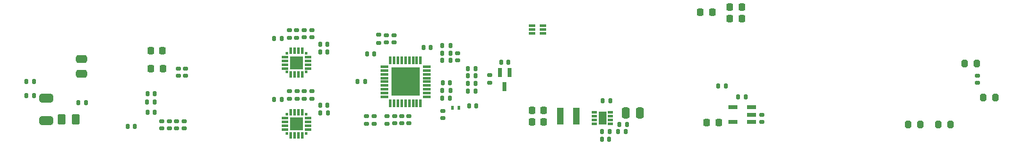
<source format=gtp>
G04 #@! TF.GenerationSoftware,KiCad,Pcbnew,(6.0.7)*
G04 #@! TF.CreationDate,2022-08-09T16:52:42+03:00*
G04 #@! TF.ProjectId,dock_rs232,646f636b-5f72-4733-9233-322e6b696361,rev?*
G04 #@! TF.SameCoordinates,Original*
G04 #@! TF.FileFunction,Paste,Top*
G04 #@! TF.FilePolarity,Positive*
%FSLAX46Y46*%
G04 Gerber Fmt 4.6, Leading zero omitted, Abs format (unit mm)*
G04 Created by KiCad (PCBNEW (6.0.7)) date 2022-08-09 16:52:42*
%MOMM*%
%LPD*%
G01*
G04 APERTURE LIST*
G04 Aperture macros list*
%AMRoundRect*
0 Rectangle with rounded corners*
0 $1 Rounding radius*
0 $2 $3 $4 $5 $6 $7 $8 $9 X,Y pos of 4 corners*
0 Add a 4 corners polygon primitive as box body*
4,1,4,$2,$3,$4,$5,$6,$7,$8,$9,$2,$3,0*
0 Add four circle primitives for the rounded corners*
1,1,$1+$1,$2,$3*
1,1,$1+$1,$4,$5*
1,1,$1+$1,$6,$7*
1,1,$1+$1,$8,$9*
0 Add four rect primitives between the rounded corners*
20,1,$1+$1,$2,$3,$4,$5,0*
20,1,$1+$1,$4,$5,$6,$7,0*
20,1,$1+$1,$6,$7,$8,$9,0*
20,1,$1+$1,$8,$9,$2,$3,0*%
G04 Aperture macros list end*
%ADD10R,0.500000X1.150000*%
%ADD11RoundRect,0.135000X-0.135000X-0.185000X0.135000X-0.185000X0.135000X0.185000X-0.135000X0.185000X0*%
%ADD12R,0.400000X0.500000*%
%ADD13RoundRect,0.140000X0.140000X0.170000X-0.140000X0.170000X-0.140000X-0.170000X0.140000X-0.170000X0*%
%ADD14RoundRect,0.135000X0.135000X0.185000X-0.135000X0.185000X-0.135000X-0.185000X0.135000X-0.185000X0*%
%ADD15RoundRect,0.225000X0.225000X0.250000X-0.225000X0.250000X-0.225000X-0.250000X0.225000X-0.250000X0*%
%ADD16RoundRect,0.140000X-0.170000X0.140000X-0.170000X-0.140000X0.170000X-0.140000X0.170000X0.140000X0*%
%ADD17RoundRect,0.200000X0.200000X0.275000X-0.200000X0.275000X-0.200000X-0.275000X0.200000X-0.275000X0*%
%ADD18RoundRect,0.225000X-0.225000X-0.250000X0.225000X-0.250000X0.225000X0.250000X-0.225000X0.250000X0*%
%ADD19RoundRect,0.140000X0.170000X-0.140000X0.170000X0.140000X-0.170000X0.140000X-0.170000X-0.140000X0*%
%ADD20R,1.200000X0.600000*%
%ADD21R,0.700000X0.300000*%
%ADD22R,1.000000X1.800000*%
%ADD23R,1.100000X0.300000*%
%ADD24R,0.300000X1.100000*%
%ADD25R,3.800000X3.800000*%
%ADD26RoundRect,0.135000X-0.185000X0.135000X-0.185000X-0.135000X0.185000X-0.135000X0.185000X0.135000X0*%
%ADD27R,0.300000X0.300000*%
%ADD28R,0.900000X0.300000*%
%ADD29R,0.300000X0.900000*%
%ADD30R,1.800000X1.800000*%
%ADD31RoundRect,0.140000X-0.140000X-0.170000X0.140000X-0.170000X0.140000X0.170000X-0.140000X0.170000X0*%
%ADD32RoundRect,0.218750X0.218750X0.256250X-0.218750X0.256250X-0.218750X-0.256250X0.218750X-0.256250X0*%
%ADD33RoundRect,0.135000X0.185000X-0.135000X0.185000X0.135000X-0.185000X0.135000X-0.185000X-0.135000X0*%
%ADD34R,0.850000X0.300000*%
%ADD35RoundRect,0.250000X0.262500X0.450000X-0.262500X0.450000X-0.262500X-0.450000X0.262500X-0.450000X0*%
%ADD36R,0.850000X2.200000*%
%ADD37RoundRect,0.250000X0.650000X-0.325000X0.650000X0.325000X-0.650000X0.325000X-0.650000X-0.325000X0*%
%ADD38RoundRect,0.250000X0.250000X0.475000X-0.250000X0.475000X-0.250000X-0.475000X0.250000X-0.475000X0*%
%ADD39RoundRect,0.200000X-0.200000X-0.275000X0.200000X-0.275000X0.200000X0.275000X-0.200000X0.275000X0*%
%ADD40RoundRect,0.250000X-0.475000X0.250000X-0.475000X-0.250000X0.475000X-0.250000X0.475000X0.250000X0*%
G04 APERTURE END LIST*
D10*
X286597072Y-105396201D03*
X285297072Y-105396201D03*
X285947072Y-107296201D03*
D11*
X277755919Y-108787354D03*
X278775919Y-108787354D03*
D12*
X279101722Y-110035398D03*
X279901722Y-110035398D03*
D13*
X239780919Y-110672354D03*
X238820919Y-110672354D03*
D14*
X256565919Y-100927354D03*
X255545919Y-100927354D03*
D11*
X277756722Y-102842354D03*
X278776722Y-102842354D03*
D15*
X317230919Y-98267354D03*
X315680919Y-98267354D03*
D16*
X241720919Y-111812354D03*
X241720919Y-112772354D03*
D13*
X262581722Y-101727354D03*
X261621722Y-101727354D03*
D16*
X259535919Y-99827354D03*
X259535919Y-100787354D03*
D14*
X256565919Y-108992354D03*
X255545919Y-108992354D03*
D17*
X340820919Y-112237354D03*
X339170919Y-112237354D03*
D18*
X289560919Y-111947354D03*
X291110919Y-111947354D03*
D16*
X271325919Y-100472004D03*
X271325919Y-101432004D03*
D19*
X242890919Y-105842354D03*
X242890919Y-104882354D03*
D14*
X317765919Y-108667354D03*
X316745919Y-108667354D03*
D20*
X318555919Y-111917354D03*
X318555919Y-110967354D03*
X318555919Y-110017354D03*
X316055919Y-110017354D03*
X316055919Y-111917354D03*
D15*
X317230919Y-96767354D03*
X315680919Y-96767354D03*
D18*
X312630919Y-112017354D03*
X314180919Y-112017354D03*
D17*
X348280919Y-104267354D03*
X346630919Y-104267354D03*
D14*
X282126722Y-106867354D03*
X281106722Y-106867354D03*
D21*
X299895919Y-112148854D03*
X299895919Y-111648854D03*
X299895919Y-111148854D03*
X299895919Y-110648854D03*
X297795919Y-110648854D03*
X297795919Y-111148854D03*
X297795919Y-111648854D03*
X297795919Y-112148854D03*
D22*
X298845919Y-111398854D03*
D23*
X270071722Y-104637354D03*
X270071722Y-105137354D03*
X270071722Y-105637354D03*
X270071722Y-106137354D03*
X270071722Y-106637354D03*
X270071722Y-107137354D03*
X270071722Y-107637354D03*
X270071722Y-108137354D03*
X270071722Y-108637354D03*
D24*
X270871722Y-109437354D03*
X271371722Y-109437354D03*
X271871722Y-109437354D03*
X272371722Y-109437354D03*
X272871722Y-109437354D03*
X273371722Y-109437354D03*
X273871722Y-109437354D03*
X274371722Y-109437354D03*
X274871722Y-109437354D03*
D23*
X275671722Y-108637354D03*
X275671722Y-108137354D03*
X275671722Y-107637354D03*
X275671722Y-107137354D03*
X275671722Y-106637354D03*
X275671722Y-106137354D03*
X275671722Y-105637354D03*
X275671722Y-105137354D03*
X275671722Y-104637354D03*
D24*
X274871722Y-103837354D03*
X274371722Y-103837354D03*
X273871722Y-103837354D03*
X273371722Y-103837354D03*
X272871722Y-103837354D03*
X272371722Y-103837354D03*
X271871722Y-103837354D03*
X271371722Y-103837354D03*
X270871722Y-103837354D03*
D25*
X272871722Y-106637354D03*
D13*
X278741722Y-106797354D03*
X277781722Y-106797354D03*
D16*
X242700919Y-111822354D03*
X242700919Y-112782354D03*
X348355919Y-105817354D03*
X348355919Y-106777354D03*
D14*
X223885919Y-108457354D03*
X222865919Y-108457354D03*
D16*
X279741722Y-102837354D03*
X279741722Y-103797354D03*
D13*
X282215919Y-109817354D03*
X281255919Y-109817354D03*
D26*
X267755919Y-111177354D03*
X267755919Y-112197354D03*
D19*
X271415919Y-112137354D03*
X271415919Y-111177354D03*
D17*
X344800919Y-112247354D03*
X343150919Y-112247354D03*
D14*
X301965919Y-113242354D03*
X300945919Y-113242354D03*
D16*
X260515919Y-99827354D03*
X260515919Y-100787354D03*
D14*
X299865919Y-109137354D03*
X298845919Y-109137354D03*
D13*
X299760919Y-114212354D03*
X298800919Y-114212354D03*
D16*
X260555919Y-107887354D03*
X260555919Y-108847354D03*
D27*
X259736372Y-105362004D03*
D28*
X260036372Y-104862004D03*
X260036372Y-104362004D03*
X260036372Y-103862004D03*
X260036372Y-103362004D03*
D27*
X259736372Y-102862004D03*
D29*
X259236372Y-102562004D03*
X258736372Y-102562004D03*
X258236372Y-102562004D03*
X257736372Y-102562004D03*
D27*
X257236372Y-102862004D03*
D28*
X256936372Y-103362004D03*
X256936372Y-103862004D03*
X256936372Y-104362004D03*
X256936372Y-104862004D03*
D27*
X257236372Y-105362004D03*
D29*
X257736372Y-105662004D03*
X258236372Y-105662004D03*
X258736372Y-105662004D03*
X259236372Y-105662004D03*
D30*
X258486372Y-104112004D03*
D26*
X257525919Y-99817354D03*
X257525919Y-100837354D03*
D31*
X266571722Y-106617354D03*
X267531722Y-106617354D03*
D16*
X243670919Y-111812354D03*
X243670919Y-112772354D03*
D32*
X240828419Y-102512354D03*
X239253419Y-102512354D03*
D33*
X258551722Y-108877354D03*
X258551722Y-107857354D03*
D14*
X223885919Y-106597354D03*
X222865919Y-106597354D03*
D19*
X243860919Y-105842354D03*
X243860919Y-104882354D03*
D34*
X289605919Y-99222354D03*
X289605919Y-99722354D03*
X289605919Y-100222354D03*
X291005919Y-100222354D03*
X291005919Y-99722354D03*
X291005919Y-99222354D03*
D14*
X299790919Y-113237354D03*
X298770919Y-113237354D03*
D18*
X289570919Y-110437354D03*
X291120919Y-110437354D03*
D13*
X237150919Y-112532354D03*
X236190919Y-112532354D03*
D31*
X267815919Y-102992004D03*
X268775919Y-102992004D03*
D14*
X239815919Y-109267354D03*
X238795919Y-109267354D03*
D35*
X229368419Y-111617354D03*
X227543419Y-111617354D03*
D19*
X272385919Y-112127354D03*
X272385919Y-111167354D03*
D32*
X240868419Y-104912354D03*
X239293419Y-104912354D03*
D36*
X295370919Y-111167354D03*
X293320919Y-111167354D03*
D37*
X225505919Y-111742354D03*
X225505919Y-108792354D03*
D27*
X259756372Y-113433157D03*
D28*
X260056372Y-112933157D03*
X260056372Y-112433157D03*
X260056372Y-111933157D03*
X260056372Y-111433157D03*
D27*
X259756372Y-110933157D03*
D29*
X259256372Y-110633157D03*
X258756372Y-110633157D03*
X258256372Y-110633157D03*
X257756372Y-110633157D03*
D27*
X257256372Y-110933157D03*
D28*
X256956372Y-111433157D03*
X256956372Y-111933157D03*
X256956372Y-112433157D03*
X256956372Y-112933157D03*
D27*
X257256372Y-113433157D03*
D29*
X257756372Y-113733157D03*
X258256372Y-113733157D03*
X258756372Y-113733157D03*
X259256372Y-113733157D03*
D30*
X258506372Y-112183157D03*
D19*
X277795919Y-111427704D03*
X277795919Y-110467704D03*
D14*
X278776722Y-103842354D03*
X277756722Y-103842354D03*
D11*
X281106722Y-104867354D03*
X282126722Y-104867354D03*
D16*
X270335919Y-100472004D03*
X270335919Y-101432004D03*
D11*
X277756722Y-107777354D03*
X278776722Y-107777354D03*
D16*
X259555919Y-107887354D03*
X259555919Y-108847354D03*
D13*
X276221722Y-102067354D03*
X275261722Y-102067354D03*
D38*
X303805919Y-110737354D03*
X301905919Y-110737354D03*
D11*
X229745919Y-109417354D03*
X230765919Y-109417354D03*
D26*
X257555919Y-107857354D03*
X257555919Y-108877354D03*
D11*
X277756722Y-101817354D03*
X278776722Y-101817354D03*
D16*
X240750919Y-111812354D03*
X240750919Y-112772354D03*
D13*
X239780919Y-108242354D03*
X238820919Y-108242354D03*
D14*
X302065919Y-112237354D03*
X301045919Y-112237354D03*
D39*
X349060919Y-108697354D03*
X350710919Y-108697354D03*
D13*
X262611722Y-110737354D03*
X261651722Y-110737354D03*
D33*
X258536372Y-100837354D03*
X258536372Y-99817354D03*
D19*
X273345919Y-112127354D03*
X273345919Y-111167354D03*
D14*
X315155919Y-107157354D03*
X314135919Y-107157354D03*
D13*
X262581722Y-102707354D03*
X261621722Y-102707354D03*
X286455919Y-104046201D03*
X285495919Y-104046201D03*
D26*
X283960919Y-105771201D03*
X283960919Y-106791201D03*
D19*
X270455919Y-112147354D03*
X270455919Y-111187354D03*
D13*
X262601722Y-109767354D03*
X261641722Y-109767354D03*
D26*
X268755919Y-111177354D03*
X268755919Y-112197354D03*
D40*
X230155919Y-103667354D03*
X230155919Y-105567354D03*
D32*
X313343419Y-97417354D03*
X311768419Y-97417354D03*
D11*
X281111722Y-105867354D03*
X282131722Y-105867354D03*
X281106722Y-107867354D03*
X282126722Y-107867354D03*
D26*
X269331722Y-100457354D03*
X269331722Y-101477354D03*
D16*
X319905919Y-110987354D03*
X319905919Y-111947354D03*
M02*

</source>
